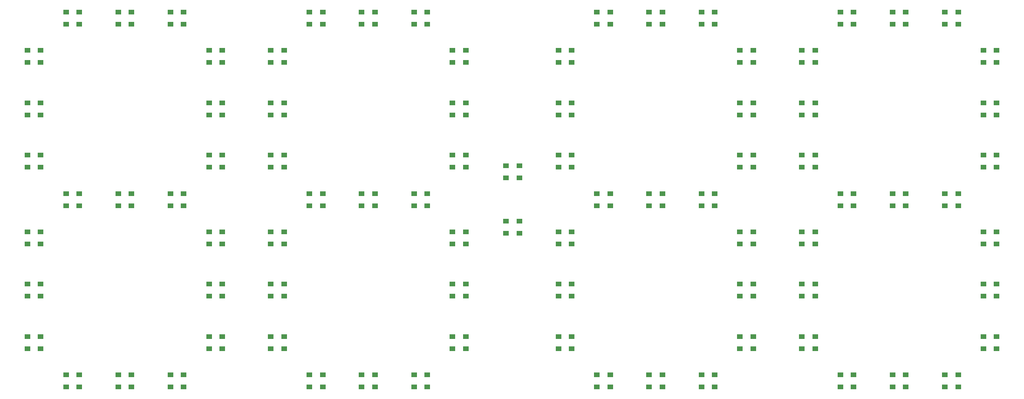
<source format=gbr>
G04 #@! TF.GenerationSoftware,KiCad,Pcbnew,(5.0.0)*
G04 #@! TF.CreationDate,2020-11-19T16:59:29-05:00*
G04 #@! TF.ProjectId,WS2812B Mini Clock,57533238313242204D696E6920436C6F,rev?*
G04 #@! TF.SameCoordinates,Original*
G04 #@! TF.FileFunction,Paste,Top*
G04 #@! TF.FilePolarity,Positive*
%FSLAX46Y46*%
G04 Gerber Fmt 4.6, Leading zero omitted, Abs format (unit mm)*
G04 Created by KiCad (PCBNEW (5.0.0)) date 11/19/20 16:59:29*
%MOMM*%
%LPD*%
G01*
G04 APERTURE LIST*
%ADD10R,1.100000X0.900000*%
G04 APERTURE END LIST*
D10*
G04 #@! TO.C,U71*
X195200000Y-86150000D03*
X195200000Y-88350000D03*
X192800000Y-88350000D03*
X192800000Y-86150000D03*
G04 #@! TD*
G04 #@! TO.C,U54*
X150950000Y-86150000D03*
X150950000Y-88350000D03*
X148550000Y-88350000D03*
X148550000Y-86150000D03*
G04 #@! TD*
G04 #@! TO.C,U58*
X150950000Y-109650000D03*
X150950000Y-111850000D03*
X148550000Y-111850000D03*
X148550000Y-109650000D03*
G04 #@! TD*
G04 #@! TO.C,U49*
X150950000Y-95650000D03*
X150950000Y-97850000D03*
X148550000Y-97850000D03*
X148550000Y-95650000D03*
G04 #@! TD*
G04 #@! TO.C,U59*
X150950000Y-76650000D03*
X150950000Y-78850000D03*
X148550000Y-78850000D03*
X148550000Y-76650000D03*
G04 #@! TD*
G04 #@! TO.C,U53*
X150950000Y-119150000D03*
X150950000Y-121350000D03*
X148550000Y-121350000D03*
X148550000Y-119150000D03*
G04 #@! TD*
G04 #@! TO.C,U89*
X221200000Y-102650000D03*
X221200000Y-104850000D03*
X218800000Y-104850000D03*
X218800000Y-102650000D03*
G04 #@! TD*
G04 #@! TO.C,U80*
X221200000Y-135650000D03*
X221200000Y-137850000D03*
X218800000Y-137850000D03*
X218800000Y-135650000D03*
G04 #@! TD*
G04 #@! TO.C,U86*
X228200000Y-95650000D03*
X228200000Y-97850000D03*
X225800000Y-97850000D03*
X225800000Y-95650000D03*
G04 #@! TD*
G04 #@! TO.C,U67*
X202200000Y-69650000D03*
X202200000Y-71850000D03*
X199800000Y-71850000D03*
X199800000Y-69650000D03*
G04 #@! TD*
G04 #@! TO.C,U82*
X228200000Y-86150000D03*
X228200000Y-88350000D03*
X225800000Y-88350000D03*
X225800000Y-86150000D03*
G04 #@! TD*
G04 #@! TO.C,U72*
X211700000Y-69650000D03*
X211700000Y-71850000D03*
X209300000Y-71850000D03*
X209300000Y-69650000D03*
G04 #@! TD*
G04 #@! TO.C,U87*
X228200000Y-128650000D03*
X228200000Y-130850000D03*
X225800000Y-130850000D03*
X225800000Y-128650000D03*
G04 #@! TD*
G04 #@! TO.C,U83*
X228200000Y-119150000D03*
X228200000Y-121350000D03*
X225800000Y-121350000D03*
X225800000Y-119150000D03*
G04 #@! TD*
G04 #@! TO.C,U79*
X228200000Y-109650000D03*
X228200000Y-111850000D03*
X225800000Y-111850000D03*
X225800000Y-109650000D03*
G04 #@! TD*
G04 #@! TO.C,U66*
X195200000Y-95650000D03*
X195200000Y-97850000D03*
X192800000Y-97850000D03*
X192800000Y-95650000D03*
G04 #@! TD*
G04 #@! TO.C,U76*
X195200000Y-76650000D03*
X195200000Y-78850000D03*
X192800000Y-78850000D03*
X192800000Y-76650000D03*
G04 #@! TD*
G04 #@! TO.C,U85*
X211700000Y-102650000D03*
X211700000Y-104850000D03*
X209300000Y-104850000D03*
X209300000Y-102650000D03*
G04 #@! TD*
G04 #@! TO.C,U81*
X202200000Y-102650000D03*
X202200000Y-104850000D03*
X199800000Y-104850000D03*
X199800000Y-102650000D03*
G04 #@! TD*
G04 #@! TO.C,U88*
X202200000Y-135650000D03*
X202200000Y-137850000D03*
X199800000Y-137850000D03*
X199800000Y-135650000D03*
G04 #@! TD*
G04 #@! TO.C,U78*
X228200000Y-76650000D03*
X228200000Y-78850000D03*
X225800000Y-78850000D03*
X225800000Y-76650000D03*
G04 #@! TD*
G04 #@! TO.C,U75*
X195200000Y-109650000D03*
X195200000Y-111850000D03*
X192800000Y-111850000D03*
X192800000Y-109650000D03*
G04 #@! TD*
G04 #@! TO.C,U77*
X221200000Y-69650000D03*
X221200000Y-71850000D03*
X218800000Y-71850000D03*
X218800000Y-69650000D03*
G04 #@! TD*
G04 #@! TO.C,U84*
X211700000Y-135650000D03*
X211700000Y-137850000D03*
X209300000Y-137850000D03*
X209300000Y-135650000D03*
G04 #@! TD*
G04 #@! TO.C,U50*
X157950000Y-69650000D03*
X157950000Y-71850000D03*
X155550000Y-71850000D03*
X155550000Y-69650000D03*
G04 #@! TD*
G04 #@! TO.C,U73*
X157950000Y-135650000D03*
X157950000Y-137850000D03*
X155550000Y-137850000D03*
X155550000Y-135650000D03*
G04 #@! TD*
G04 #@! TO.C,U56*
X183950000Y-86150000D03*
X183950000Y-88350000D03*
X181550000Y-88350000D03*
X181550000Y-86150000D03*
G04 #@! TD*
G04 #@! TO.C,U65*
X195200000Y-128650000D03*
X195200000Y-130850000D03*
X192800000Y-130850000D03*
X192800000Y-128650000D03*
G04 #@! TD*
G04 #@! TO.C,U57*
X183950000Y-119150000D03*
X183950000Y-121350000D03*
X181550000Y-121350000D03*
X181550000Y-119150000D03*
G04 #@! TD*
G04 #@! TO.C,U55*
X167450000Y-69650000D03*
X167450000Y-71850000D03*
X165050000Y-71850000D03*
X165050000Y-69650000D03*
G04 #@! TD*
G04 #@! TO.C,U62*
X183950000Y-128650000D03*
X183950000Y-130850000D03*
X181550000Y-130850000D03*
X181550000Y-128650000D03*
G04 #@! TD*
G04 #@! TO.C,U48*
X150950000Y-128650000D03*
X150950000Y-130850000D03*
X148550000Y-130850000D03*
X148550000Y-128650000D03*
G04 #@! TD*
G04 #@! TO.C,U51*
X183950000Y-76650000D03*
X183950000Y-78850000D03*
X181550000Y-78850000D03*
X181550000Y-76650000D03*
G04 #@! TD*
G04 #@! TO.C,U64*
X157950000Y-102650000D03*
X157950000Y-104850000D03*
X155550000Y-104850000D03*
X155550000Y-102650000D03*
G04 #@! TD*
G04 #@! TO.C,U70*
X195200000Y-119150000D03*
X195200000Y-121350000D03*
X192800000Y-121350000D03*
X192800000Y-119150000D03*
G04 #@! TD*
G04 #@! TO.C,U63*
X176950000Y-135650000D03*
X176950000Y-137850000D03*
X174550000Y-137850000D03*
X174550000Y-135650000D03*
G04 #@! TD*
G04 #@! TO.C,U74*
X176950000Y-102650000D03*
X176950000Y-104850000D03*
X174550000Y-104850000D03*
X174550000Y-102650000D03*
G04 #@! TD*
G04 #@! TO.C,U68*
X167450000Y-135650000D03*
X167450000Y-137850000D03*
X165050000Y-137850000D03*
X165050000Y-135650000D03*
G04 #@! TD*
G04 #@! TO.C,U52*
X183950000Y-109650000D03*
X183950000Y-111850000D03*
X181550000Y-111850000D03*
X181550000Y-109650000D03*
G04 #@! TD*
G04 #@! TO.C,U61*
X183950000Y-95650000D03*
X183950000Y-97850000D03*
X181550000Y-97850000D03*
X181550000Y-95650000D03*
G04 #@! TD*
G04 #@! TO.C,U60*
X176950000Y-69650000D03*
X176950000Y-71850000D03*
X174550000Y-71850000D03*
X174550000Y-69650000D03*
G04 #@! TD*
G04 #@! TO.C,U69*
X167450000Y-102650000D03*
X167450000Y-104850000D03*
X165050000Y-104850000D03*
X165050000Y-102650000D03*
G04 #@! TD*
G04 #@! TO.C,U6*
X52050000Y-76650000D03*
X52050000Y-78850000D03*
X54450000Y-78850000D03*
X54450000Y-76650000D03*
G04 #@! TD*
G04 #@! TO.C,U3*
X52050000Y-109650000D03*
X52050000Y-111850000D03*
X54450000Y-111850000D03*
X54450000Y-109650000D03*
G04 #@! TD*
G04 #@! TO.C,U4*
X52050000Y-95650000D03*
X52050000Y-97850000D03*
X54450000Y-97850000D03*
X54450000Y-95650000D03*
G04 #@! TD*
G04 #@! TO.C,U5*
X52050000Y-86150000D03*
X52050000Y-88350000D03*
X54450000Y-88350000D03*
X54450000Y-86150000D03*
G04 #@! TD*
G04 #@! TO.C,U2*
X52050000Y-119150000D03*
X52050000Y-121350000D03*
X54450000Y-121350000D03*
X54450000Y-119150000D03*
G04 #@! TD*
G04 #@! TO.C,U1*
X52050000Y-128650000D03*
X52050000Y-130850000D03*
X54450000Y-130850000D03*
X54450000Y-128650000D03*
G04 #@! TD*
G04 #@! TO.C,U7*
X59050000Y-69650000D03*
X59050000Y-71850000D03*
X61450000Y-71850000D03*
X61450000Y-69650000D03*
G04 #@! TD*
G04 #@! TO.C,U8*
X68550000Y-69650000D03*
X68550000Y-71850000D03*
X70950000Y-71850000D03*
X70950000Y-69650000D03*
G04 #@! TD*
G04 #@! TO.C,U9*
X78050000Y-69650000D03*
X78050000Y-71850000D03*
X80450000Y-71850000D03*
X80450000Y-69650000D03*
G04 #@! TD*
G04 #@! TO.C,U10*
X85050000Y-76650000D03*
X85050000Y-78850000D03*
X87450000Y-78850000D03*
X87450000Y-76650000D03*
G04 #@! TD*
G04 #@! TO.C,U11*
X85050000Y-86150000D03*
X85050000Y-88350000D03*
X87450000Y-88350000D03*
X87450000Y-86150000D03*
G04 #@! TD*
G04 #@! TO.C,U12*
X85050000Y-95650000D03*
X85050000Y-97850000D03*
X87450000Y-97850000D03*
X87450000Y-95650000D03*
G04 #@! TD*
G04 #@! TO.C,U13*
X85050000Y-109650000D03*
X85050000Y-111850000D03*
X87450000Y-111850000D03*
X87450000Y-109650000D03*
G04 #@! TD*
G04 #@! TO.C,U14*
X85050000Y-119150000D03*
X85050000Y-121350000D03*
X87450000Y-121350000D03*
X87450000Y-119150000D03*
G04 #@! TD*
G04 #@! TO.C,U15*
X85050000Y-128650000D03*
X85050000Y-130850000D03*
X87450000Y-130850000D03*
X87450000Y-128650000D03*
G04 #@! TD*
G04 #@! TO.C,U16*
X78050000Y-135650000D03*
X78050000Y-137850000D03*
X80450000Y-137850000D03*
X80450000Y-135650000D03*
G04 #@! TD*
G04 #@! TO.C,U17*
X68550000Y-135650000D03*
X68550000Y-137850000D03*
X70950000Y-137850000D03*
X70950000Y-135650000D03*
G04 #@! TD*
G04 #@! TO.C,U18*
X59050000Y-135650000D03*
X59050000Y-137850000D03*
X61450000Y-137850000D03*
X61450000Y-135650000D03*
G04 #@! TD*
G04 #@! TO.C,U19*
X59050000Y-102650000D03*
X59050000Y-104850000D03*
X61450000Y-104850000D03*
X61450000Y-102650000D03*
G04 #@! TD*
G04 #@! TO.C,U20*
X68550000Y-102650000D03*
X68550000Y-104850000D03*
X70950000Y-104850000D03*
X70950000Y-102650000D03*
G04 #@! TD*
G04 #@! TO.C,U21*
X78050000Y-102650000D03*
X78050000Y-104850000D03*
X80450000Y-104850000D03*
X80450000Y-102650000D03*
G04 #@! TD*
G04 #@! TO.C,U22*
X96300000Y-128650000D03*
X96300000Y-130850000D03*
X98700000Y-130850000D03*
X98700000Y-128650000D03*
G04 #@! TD*
G04 #@! TO.C,U23*
X96300000Y-119150000D03*
X96300000Y-121350000D03*
X98700000Y-121350000D03*
X98700000Y-119150000D03*
G04 #@! TD*
G04 #@! TO.C,U27*
X96300000Y-109650000D03*
X96300000Y-111850000D03*
X98700000Y-111850000D03*
X98700000Y-109650000D03*
G04 #@! TD*
G04 #@! TO.C,U28*
X96300000Y-95650000D03*
X96300000Y-97850000D03*
X98700000Y-97850000D03*
X98700000Y-95650000D03*
G04 #@! TD*
G04 #@! TO.C,U29*
X96300000Y-86150000D03*
X96300000Y-88350000D03*
X98700000Y-88350000D03*
X98700000Y-86150000D03*
G04 #@! TD*
G04 #@! TO.C,U30*
X96300000Y-76650000D03*
X96300000Y-78850000D03*
X98700000Y-78850000D03*
X98700000Y-76650000D03*
G04 #@! TD*
G04 #@! TO.C,U31*
X103300000Y-69650000D03*
X103300000Y-71850000D03*
X105700000Y-71850000D03*
X105700000Y-69650000D03*
G04 #@! TD*
G04 #@! TO.C,U32*
X112800000Y-69650000D03*
X112800000Y-71850000D03*
X115200000Y-71850000D03*
X115200000Y-69650000D03*
G04 #@! TD*
G04 #@! TO.C,U33*
X122300000Y-69650000D03*
X122300000Y-71850000D03*
X124700000Y-71850000D03*
X124700000Y-69650000D03*
G04 #@! TD*
G04 #@! TO.C,U34*
X129300000Y-76650000D03*
X129300000Y-78850000D03*
X131700000Y-78850000D03*
X131700000Y-76650000D03*
G04 #@! TD*
G04 #@! TO.C,U35*
X129300000Y-86150000D03*
X129300000Y-88350000D03*
X131700000Y-88350000D03*
X131700000Y-86150000D03*
G04 #@! TD*
G04 #@! TO.C,U36*
X129300000Y-95650000D03*
X129300000Y-97850000D03*
X131700000Y-97850000D03*
X131700000Y-95650000D03*
G04 #@! TD*
G04 #@! TO.C,U37*
X129300000Y-109650000D03*
X129300000Y-111850000D03*
X131700000Y-111850000D03*
X131700000Y-109650000D03*
G04 #@! TD*
G04 #@! TO.C,U38*
X129300000Y-119150000D03*
X129300000Y-121350000D03*
X131700000Y-121350000D03*
X131700000Y-119150000D03*
G04 #@! TD*
G04 #@! TO.C,U39*
X129300000Y-128650000D03*
X129300000Y-130850000D03*
X131700000Y-130850000D03*
X131700000Y-128650000D03*
G04 #@! TD*
G04 #@! TO.C,U40*
X122300000Y-135650000D03*
X122300000Y-137850000D03*
X124700000Y-137850000D03*
X124700000Y-135650000D03*
G04 #@! TD*
G04 #@! TO.C,U41*
X112800000Y-135650000D03*
X112800000Y-137850000D03*
X115200000Y-137850000D03*
X115200000Y-135650000D03*
G04 #@! TD*
G04 #@! TO.C,U42*
X103300000Y-135650000D03*
X103300000Y-137850000D03*
X105700000Y-137850000D03*
X105700000Y-135650000D03*
G04 #@! TD*
G04 #@! TO.C,U43*
X103300000Y-102650000D03*
X103300000Y-104850000D03*
X105700000Y-104850000D03*
X105700000Y-102650000D03*
G04 #@! TD*
G04 #@! TO.C,U44*
X112800000Y-102650000D03*
X112800000Y-104850000D03*
X115200000Y-104850000D03*
X115200000Y-102650000D03*
G04 #@! TD*
G04 #@! TO.C,U45*
X122300000Y-102650000D03*
X122300000Y-104850000D03*
X124700000Y-104850000D03*
X124700000Y-102650000D03*
G04 #@! TD*
G04 #@! TO.C,U46*
X139050000Y-97650000D03*
X139050000Y-99850000D03*
X141450000Y-99850000D03*
X141450000Y-97650000D03*
G04 #@! TD*
G04 #@! TO.C,U47*
X139050000Y-107650000D03*
X139050000Y-109850000D03*
X141450000Y-109850000D03*
X141450000Y-107650000D03*
G04 #@! TD*
M02*

</source>
